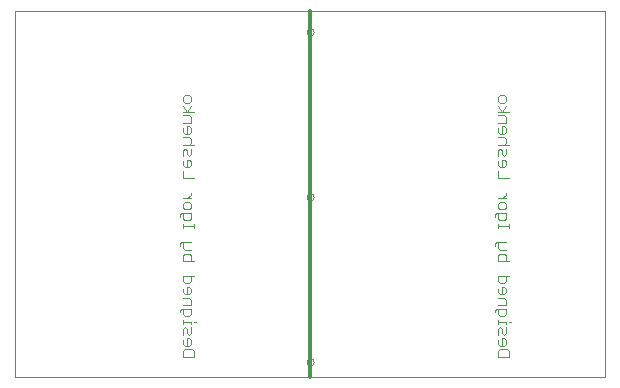
<source format=gbo>
G75*
%MOIN*%
%OFA0B0*%
%FSLAX24Y24*%
%IPPOS*%
%LPD*%
%AMOC8*
5,1,8,0,0,1.08239X$1,22.5*
%
%ADD10C,0.0000*%
%ADD11C,0.0120*%
%ADD12C,0.0030*%
D10*
X000100Y003500D02*
X000100Y015705D01*
X019785Y015705D01*
X019785Y003500D01*
X000100Y003500D01*
X009825Y004000D02*
X009827Y004021D01*
X009833Y004041D01*
X009842Y004061D01*
X009854Y004078D01*
X009869Y004092D01*
X009887Y004104D01*
X009907Y004112D01*
X009927Y004117D01*
X009948Y004118D01*
X009969Y004115D01*
X009989Y004109D01*
X010008Y004098D01*
X010025Y004085D01*
X010038Y004069D01*
X010049Y004051D01*
X010057Y004031D01*
X010061Y004011D01*
X010061Y003989D01*
X010057Y003969D01*
X010049Y003949D01*
X010038Y003931D01*
X010025Y003915D01*
X010008Y003902D01*
X009989Y003891D01*
X009969Y003885D01*
X009948Y003882D01*
X009927Y003883D01*
X009907Y003888D01*
X009887Y003896D01*
X009869Y003908D01*
X009854Y003922D01*
X009842Y003939D01*
X009833Y003959D01*
X009827Y003979D01*
X009825Y004000D01*
X009825Y009500D02*
X009827Y009521D01*
X009833Y009541D01*
X009842Y009561D01*
X009854Y009578D01*
X009869Y009592D01*
X009887Y009604D01*
X009907Y009612D01*
X009927Y009617D01*
X009948Y009618D01*
X009969Y009615D01*
X009989Y009609D01*
X010008Y009598D01*
X010025Y009585D01*
X010038Y009569D01*
X010049Y009551D01*
X010057Y009531D01*
X010061Y009511D01*
X010061Y009489D01*
X010057Y009469D01*
X010049Y009449D01*
X010038Y009431D01*
X010025Y009415D01*
X010008Y009402D01*
X009989Y009391D01*
X009969Y009385D01*
X009948Y009382D01*
X009927Y009383D01*
X009907Y009388D01*
X009887Y009396D01*
X009869Y009408D01*
X009854Y009422D01*
X009842Y009439D01*
X009833Y009459D01*
X009827Y009479D01*
X009825Y009500D01*
X009825Y015000D02*
X009827Y015021D01*
X009833Y015041D01*
X009842Y015061D01*
X009854Y015078D01*
X009869Y015092D01*
X009887Y015104D01*
X009907Y015112D01*
X009927Y015117D01*
X009948Y015118D01*
X009969Y015115D01*
X009989Y015109D01*
X010008Y015098D01*
X010025Y015085D01*
X010038Y015069D01*
X010049Y015051D01*
X010057Y015031D01*
X010061Y015011D01*
X010061Y014989D01*
X010057Y014969D01*
X010049Y014949D01*
X010038Y014931D01*
X010025Y014915D01*
X010008Y014902D01*
X009989Y014891D01*
X009969Y014885D01*
X009948Y014882D01*
X009927Y014883D01*
X009907Y014888D01*
X009887Y014896D01*
X009869Y014908D01*
X009854Y014922D01*
X009842Y014939D01*
X009833Y014959D01*
X009827Y014979D01*
X009825Y015000D01*
D11*
X009943Y015705D02*
X009943Y003500D01*
D12*
X006085Y004175D02*
X006085Y004361D01*
X006024Y004422D01*
X005777Y004422D01*
X005715Y004361D01*
X005715Y004175D01*
X006085Y004175D01*
X005900Y004544D02*
X005962Y004605D01*
X005962Y004729D01*
X005900Y004791D01*
X005838Y004791D01*
X005838Y004544D01*
X005777Y004544D02*
X005900Y004544D01*
X005777Y004544D02*
X005715Y004605D01*
X005715Y004729D01*
X005715Y004912D02*
X005715Y005097D01*
X005777Y005159D01*
X005838Y005097D01*
X005838Y004974D01*
X005900Y004912D01*
X005962Y004974D01*
X005962Y005159D01*
X005962Y005280D02*
X005962Y005342D01*
X005715Y005342D01*
X005715Y005280D02*
X005715Y005404D01*
X005777Y005526D02*
X005715Y005588D01*
X005715Y005773D01*
X005653Y005773D02*
X005962Y005773D01*
X005962Y005588D01*
X005900Y005526D01*
X005777Y005526D01*
X005592Y005649D02*
X005592Y005711D01*
X005653Y005773D01*
X005715Y005894D02*
X005962Y005894D01*
X005962Y006079D01*
X005900Y006141D01*
X005715Y006141D01*
X005777Y006263D02*
X005715Y006324D01*
X005715Y006448D01*
X005838Y006509D02*
X005838Y006263D01*
X005777Y006263D02*
X005900Y006263D01*
X005962Y006324D01*
X005962Y006448D01*
X005900Y006509D01*
X005838Y006509D01*
X005777Y006631D02*
X005900Y006631D01*
X005962Y006693D01*
X005962Y006878D01*
X006085Y006878D02*
X005715Y006878D01*
X005715Y006693D01*
X005777Y006631D01*
X005715Y007368D02*
X005715Y007553D01*
X005777Y007614D01*
X005900Y007614D01*
X005962Y007553D01*
X005962Y007368D01*
X006085Y007368D02*
X005715Y007368D01*
X005777Y007736D02*
X005715Y007798D01*
X005715Y007983D01*
X005653Y007983D02*
X005592Y007921D01*
X005592Y007859D01*
X005653Y007983D02*
X005962Y007983D01*
X005962Y007736D02*
X005777Y007736D01*
X005715Y008472D02*
X005715Y008596D01*
X005715Y008534D02*
X006085Y008534D01*
X006085Y008472D02*
X006085Y008596D01*
X005962Y008780D02*
X005900Y008718D01*
X005777Y008718D01*
X005715Y008780D01*
X005715Y008965D01*
X005653Y008965D02*
X005962Y008965D01*
X005962Y008780D01*
X005653Y008965D02*
X005592Y008903D01*
X005592Y008841D01*
X005777Y009086D02*
X005715Y009148D01*
X005715Y009271D01*
X005777Y009333D01*
X005900Y009333D01*
X005962Y009271D01*
X005962Y009148D01*
X005900Y009086D01*
X005777Y009086D01*
X005838Y009455D02*
X005962Y009578D01*
X005962Y009640D01*
X005962Y009455D02*
X005715Y009455D01*
X005715Y010130D02*
X005715Y010377D01*
X005777Y010498D02*
X005715Y010560D01*
X005715Y010683D01*
X005838Y010745D02*
X005838Y010498D01*
X005777Y010498D02*
X005900Y010498D01*
X005962Y010560D01*
X005962Y010683D01*
X005900Y010745D01*
X005838Y010745D01*
X005900Y010866D02*
X005962Y010928D01*
X005962Y011113D01*
X005900Y011235D02*
X005962Y011297D01*
X005962Y011420D01*
X005900Y011482D01*
X005715Y011482D01*
X005777Y011603D02*
X005715Y011665D01*
X005715Y011788D01*
X005838Y011850D02*
X005838Y011603D01*
X005777Y011603D02*
X005900Y011603D01*
X005962Y011665D01*
X005962Y011788D01*
X005900Y011850D01*
X005838Y011850D01*
X005715Y011971D02*
X005962Y011971D01*
X005962Y012157D01*
X005900Y012218D01*
X005715Y012218D01*
X005715Y012340D02*
X006085Y012340D01*
X005962Y012525D02*
X005838Y012340D01*
X005715Y012525D01*
X005777Y012647D02*
X005715Y012708D01*
X005715Y012832D01*
X005777Y012894D01*
X005900Y012894D01*
X005962Y012832D01*
X005962Y012708D01*
X005900Y012647D01*
X005777Y012647D01*
X005715Y011235D02*
X006085Y011235D01*
X005838Y011052D02*
X005838Y010928D01*
X005900Y010866D01*
X005715Y010866D02*
X005715Y011052D01*
X005777Y011113D01*
X005838Y011052D01*
X005715Y010130D02*
X006085Y010130D01*
X006147Y005342D02*
X006085Y005342D01*
X016092Y005649D02*
X016092Y005711D01*
X016153Y005773D01*
X016462Y005773D01*
X016462Y005588D01*
X016400Y005526D01*
X016277Y005526D01*
X016215Y005588D01*
X016215Y005773D01*
X016215Y005894D02*
X016462Y005894D01*
X016462Y006079D01*
X016400Y006141D01*
X016215Y006141D01*
X016277Y006263D02*
X016400Y006263D01*
X016462Y006324D01*
X016462Y006448D01*
X016400Y006509D01*
X016338Y006509D01*
X016338Y006263D01*
X016277Y006263D02*
X016215Y006324D01*
X016215Y006448D01*
X016277Y006631D02*
X016400Y006631D01*
X016462Y006693D01*
X016462Y006878D01*
X016585Y006878D02*
X016215Y006878D01*
X016215Y006693D01*
X016277Y006631D01*
X016215Y007368D02*
X016215Y007553D01*
X016277Y007614D01*
X016400Y007614D01*
X016462Y007553D01*
X016462Y007368D01*
X016585Y007368D02*
X016215Y007368D01*
X016277Y007736D02*
X016215Y007798D01*
X016215Y007983D01*
X016153Y007983D02*
X016092Y007921D01*
X016092Y007859D01*
X016153Y007983D02*
X016462Y007983D01*
X016462Y007736D02*
X016277Y007736D01*
X016215Y008472D02*
X016215Y008596D01*
X016215Y008534D02*
X016585Y008534D01*
X016585Y008472D02*
X016585Y008596D01*
X016462Y008780D02*
X016400Y008718D01*
X016277Y008718D01*
X016215Y008780D01*
X016215Y008965D01*
X016153Y008965D02*
X016462Y008965D01*
X016462Y008780D01*
X016153Y008965D02*
X016092Y008903D01*
X016092Y008841D01*
X016277Y009086D02*
X016215Y009148D01*
X016215Y009271D01*
X016277Y009333D01*
X016400Y009333D01*
X016462Y009271D01*
X016462Y009148D01*
X016400Y009086D01*
X016277Y009086D01*
X016338Y009455D02*
X016462Y009578D01*
X016462Y009640D01*
X016462Y009455D02*
X016215Y009455D01*
X016215Y010130D02*
X016215Y010377D01*
X016277Y010498D02*
X016400Y010498D01*
X016462Y010560D01*
X016462Y010683D01*
X016400Y010745D01*
X016338Y010745D01*
X016338Y010498D01*
X016277Y010498D02*
X016215Y010560D01*
X016215Y010683D01*
X016215Y010866D02*
X016215Y011052D01*
X016277Y011113D01*
X016338Y011052D01*
X016338Y010928D01*
X016400Y010866D01*
X016462Y010928D01*
X016462Y011113D01*
X016400Y011235D02*
X016462Y011297D01*
X016462Y011420D01*
X016400Y011482D01*
X016215Y011482D01*
X016277Y011603D02*
X016400Y011603D01*
X016462Y011665D01*
X016462Y011788D01*
X016400Y011850D01*
X016338Y011850D01*
X016338Y011603D01*
X016277Y011603D02*
X016215Y011665D01*
X016215Y011788D01*
X016215Y011971D02*
X016462Y011971D01*
X016462Y012157D01*
X016400Y012218D01*
X016215Y012218D01*
X016215Y012340D02*
X016585Y012340D01*
X016462Y012525D02*
X016338Y012340D01*
X016215Y012525D01*
X016277Y012647D02*
X016215Y012708D01*
X016215Y012832D01*
X016277Y012894D01*
X016400Y012894D01*
X016462Y012832D01*
X016462Y012708D01*
X016400Y012647D01*
X016277Y012647D01*
X016215Y011235D02*
X016585Y011235D01*
X016585Y010130D02*
X016215Y010130D01*
X016215Y005404D02*
X016215Y005280D01*
X016215Y005342D02*
X016462Y005342D01*
X016462Y005280D01*
X016462Y005159D02*
X016462Y004974D01*
X016400Y004912D01*
X016338Y004974D01*
X016338Y005097D01*
X016277Y005159D01*
X016215Y005097D01*
X016215Y004912D01*
X016338Y004791D02*
X016338Y004544D01*
X016277Y004544D02*
X016400Y004544D01*
X016462Y004605D01*
X016462Y004729D01*
X016400Y004791D01*
X016338Y004791D01*
X016215Y004729D02*
X016215Y004605D01*
X016277Y004544D01*
X016277Y004422D02*
X016524Y004422D01*
X016585Y004361D01*
X016585Y004175D01*
X016215Y004175D01*
X016215Y004361D01*
X016277Y004422D01*
X016585Y005342D02*
X016647Y005342D01*
M02*

</source>
